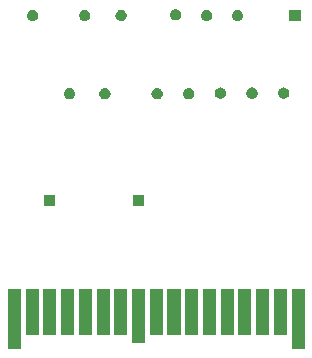
<source format=gts>
G04 #@! TF.GenerationSoftware,KiCad,Pcbnew,(5.1.5)-3*
G04 #@! TF.CreationDate,2021-01-12T18:04:03+01:00*
G04 #@! TF.ProjectId,ndsbreakoutboard,6e647362-7265-4616-9b6f-7574626f6172,1.0*
G04 #@! TF.SameCoordinates,Original*
G04 #@! TF.FileFunction,Soldermask,Top*
G04 #@! TF.FilePolarity,Negative*
%FSLAX46Y46*%
G04 Gerber Fmt 4.6, Leading zero omitted, Abs format (unit mm)*
G04 Created by KiCad (PCBNEW (5.1.5)-3) date 2021-01-12 18:04:03*
%MOMM*%
%LPD*%
G04 APERTURE LIST*
%ADD10C,0.100000*%
G04 APERTURE END LIST*
D10*
G36*
X110221001Y-91206000D02*
G01*
X109119001Y-91206000D01*
X109119001Y-86104000D01*
X110221001Y-86104000D01*
X110221001Y-91206000D01*
G37*
G36*
X86221001Y-91206000D02*
G01*
X85119001Y-91206000D01*
X85119001Y-86104000D01*
X86221001Y-86104000D01*
X86221001Y-91206000D01*
G37*
G36*
X96721001Y-90706000D02*
G01*
X95619001Y-90706000D01*
X95619001Y-86104000D01*
X96721001Y-86104000D01*
X96721001Y-90706000D01*
G37*
G36*
X87721001Y-90006000D02*
G01*
X86619001Y-90006000D01*
X86619001Y-86104000D01*
X87721001Y-86104000D01*
X87721001Y-90006000D01*
G37*
G36*
X90721001Y-90006000D02*
G01*
X89619001Y-90006000D01*
X89619001Y-86104000D01*
X90721001Y-86104000D01*
X90721001Y-90006000D01*
G37*
G36*
X89221001Y-90006000D02*
G01*
X88119001Y-90006000D01*
X88119001Y-86104000D01*
X89221001Y-86104000D01*
X89221001Y-90006000D01*
G37*
G36*
X95221001Y-90006000D02*
G01*
X94119001Y-90006000D01*
X94119001Y-86104000D01*
X95221001Y-86104000D01*
X95221001Y-90006000D01*
G37*
G36*
X93721001Y-90006000D02*
G01*
X92619001Y-90006000D01*
X92619001Y-86104000D01*
X93721001Y-86104000D01*
X93721001Y-90006000D01*
G37*
G36*
X92221001Y-90006000D02*
G01*
X91119001Y-90006000D01*
X91119001Y-86104000D01*
X92221001Y-86104000D01*
X92221001Y-90006000D01*
G37*
G36*
X107221001Y-90006000D02*
G01*
X106119001Y-90006000D01*
X106119001Y-86104000D01*
X107221001Y-86104000D01*
X107221001Y-90006000D01*
G37*
G36*
X99721001Y-90006000D02*
G01*
X98619001Y-90006000D01*
X98619001Y-86104000D01*
X99721001Y-86104000D01*
X99721001Y-90006000D01*
G37*
G36*
X102721001Y-90006000D02*
G01*
X101619001Y-90006000D01*
X101619001Y-86104000D01*
X102721001Y-86104000D01*
X102721001Y-90006000D01*
G37*
G36*
X104221001Y-90006000D02*
G01*
X103119001Y-90006000D01*
X103119001Y-86104000D01*
X104221001Y-86104000D01*
X104221001Y-90006000D01*
G37*
G36*
X105721001Y-90006000D02*
G01*
X104619001Y-90006000D01*
X104619001Y-86104000D01*
X105721001Y-86104000D01*
X105721001Y-90006000D01*
G37*
G36*
X98221001Y-90006000D02*
G01*
X97119001Y-90006000D01*
X97119001Y-86104000D01*
X98221001Y-86104000D01*
X98221001Y-90006000D01*
G37*
G36*
X108721001Y-90006000D02*
G01*
X107619001Y-90006000D01*
X107619001Y-86104000D01*
X108721001Y-86104000D01*
X108721001Y-90006000D01*
G37*
G36*
X101221001Y-90006000D02*
G01*
X100119001Y-90006000D01*
X100119001Y-86104000D01*
X101221001Y-86104000D01*
X101221001Y-90006000D01*
G37*
G36*
X96640400Y-79114400D02*
G01*
X95688400Y-79114400D01*
X95688400Y-78162400D01*
X96640400Y-78162400D01*
X96640400Y-79114400D01*
G37*
G36*
X89122000Y-79114400D02*
G01*
X88170000Y-79114400D01*
X88170000Y-78162400D01*
X89122000Y-78162400D01*
X89122000Y-79114400D01*
G37*
G36*
X100557743Y-69138292D02*
G01*
X100608488Y-69159311D01*
X100644370Y-69174174D01*
X100722332Y-69226267D01*
X100788633Y-69292568D01*
X100840726Y-69370530D01*
X100840726Y-69370531D01*
X100876608Y-69457157D01*
X100894900Y-69549117D01*
X100894900Y-69642883D01*
X100876608Y-69734843D01*
X100861768Y-69770669D01*
X100840726Y-69821470D01*
X100788633Y-69899432D01*
X100722332Y-69965733D01*
X100644370Y-70017826D01*
X100636224Y-70021200D01*
X100557743Y-70053708D01*
X100465783Y-70072000D01*
X100372017Y-70072000D01*
X100280057Y-70053708D01*
X100201576Y-70021200D01*
X100193430Y-70017826D01*
X100115468Y-69965733D01*
X100049167Y-69899432D01*
X99997074Y-69821470D01*
X99976032Y-69770669D01*
X99961192Y-69734843D01*
X99942900Y-69642883D01*
X99942900Y-69549117D01*
X99961192Y-69457157D01*
X99997074Y-69370531D01*
X99997074Y-69370530D01*
X100049167Y-69292568D01*
X100115468Y-69226267D01*
X100193430Y-69174174D01*
X100229312Y-69159311D01*
X100280057Y-69138292D01*
X100372017Y-69120000D01*
X100465783Y-69120000D01*
X100557743Y-69138292D01*
G37*
G36*
X97878043Y-69138292D02*
G01*
X97928788Y-69159311D01*
X97964670Y-69174174D01*
X98042632Y-69226267D01*
X98108933Y-69292568D01*
X98161026Y-69370530D01*
X98161026Y-69370531D01*
X98196908Y-69457157D01*
X98215200Y-69549117D01*
X98215200Y-69642883D01*
X98196908Y-69734843D01*
X98182068Y-69770669D01*
X98161026Y-69821470D01*
X98108933Y-69899432D01*
X98042632Y-69965733D01*
X97964670Y-70017826D01*
X97956524Y-70021200D01*
X97878043Y-70053708D01*
X97786083Y-70072000D01*
X97692317Y-70072000D01*
X97600357Y-70053708D01*
X97521876Y-70021200D01*
X97513730Y-70017826D01*
X97435768Y-69965733D01*
X97369467Y-69899432D01*
X97317374Y-69821470D01*
X97296332Y-69770669D01*
X97281492Y-69734843D01*
X97263200Y-69642883D01*
X97263200Y-69549117D01*
X97281492Y-69457157D01*
X97317374Y-69370531D01*
X97317374Y-69370530D01*
X97369467Y-69292568D01*
X97435768Y-69226267D01*
X97513730Y-69174174D01*
X97549612Y-69159311D01*
X97600357Y-69138292D01*
X97692317Y-69120000D01*
X97786083Y-69120000D01*
X97878043Y-69138292D01*
G37*
G36*
X90461243Y-69138292D02*
G01*
X90511988Y-69159311D01*
X90547870Y-69174174D01*
X90625832Y-69226267D01*
X90692133Y-69292568D01*
X90744226Y-69370530D01*
X90744226Y-69370531D01*
X90780108Y-69457157D01*
X90798400Y-69549117D01*
X90798400Y-69642883D01*
X90780108Y-69734843D01*
X90765268Y-69770669D01*
X90744226Y-69821470D01*
X90692133Y-69899432D01*
X90625832Y-69965733D01*
X90547870Y-70017826D01*
X90539724Y-70021200D01*
X90461243Y-70053708D01*
X90369283Y-70072000D01*
X90275517Y-70072000D01*
X90183557Y-70053708D01*
X90105076Y-70021200D01*
X90096930Y-70017826D01*
X90018968Y-69965733D01*
X89952667Y-69899432D01*
X89900574Y-69821470D01*
X89879532Y-69770669D01*
X89864692Y-69734843D01*
X89846400Y-69642883D01*
X89846400Y-69549117D01*
X89864692Y-69457157D01*
X89900574Y-69370531D01*
X89900574Y-69370530D01*
X89952667Y-69292568D01*
X90018968Y-69226267D01*
X90096930Y-69174174D01*
X90132812Y-69159311D01*
X90183557Y-69138292D01*
X90275517Y-69120000D01*
X90369283Y-69120000D01*
X90461243Y-69138292D01*
G37*
G36*
X93458443Y-69138292D02*
G01*
X93509188Y-69159311D01*
X93545070Y-69174174D01*
X93623032Y-69226267D01*
X93689333Y-69292568D01*
X93741426Y-69370530D01*
X93741426Y-69370531D01*
X93777308Y-69457157D01*
X93795600Y-69549117D01*
X93795600Y-69642883D01*
X93777308Y-69734843D01*
X93762468Y-69770669D01*
X93741426Y-69821470D01*
X93689333Y-69899432D01*
X93623032Y-69965733D01*
X93545070Y-70017826D01*
X93536924Y-70021200D01*
X93458443Y-70053708D01*
X93366483Y-70072000D01*
X93272717Y-70072000D01*
X93180757Y-70053708D01*
X93102276Y-70021200D01*
X93094130Y-70017826D01*
X93016168Y-69965733D01*
X92949867Y-69899432D01*
X92897774Y-69821470D01*
X92876732Y-69770669D01*
X92861892Y-69734843D01*
X92843600Y-69642883D01*
X92843600Y-69549117D01*
X92861892Y-69457157D01*
X92897774Y-69370531D01*
X92897774Y-69370530D01*
X92949867Y-69292568D01*
X93016168Y-69226267D01*
X93094130Y-69174174D01*
X93130012Y-69159311D01*
X93180757Y-69138292D01*
X93272717Y-69120000D01*
X93366483Y-69120000D01*
X93458443Y-69138292D01*
G37*
G36*
X103237443Y-69087492D02*
G01*
X103288188Y-69108511D01*
X103324070Y-69123374D01*
X103402032Y-69175467D01*
X103468333Y-69241768D01*
X103520426Y-69319730D01*
X103520426Y-69319731D01*
X103556308Y-69406357D01*
X103574600Y-69498317D01*
X103574600Y-69592083D01*
X103556308Y-69684043D01*
X103535289Y-69734788D01*
X103520426Y-69770670D01*
X103468333Y-69848632D01*
X103402032Y-69914933D01*
X103324070Y-69967026D01*
X103288188Y-69981889D01*
X103237443Y-70002908D01*
X103145483Y-70021200D01*
X103051717Y-70021200D01*
X102959757Y-70002908D01*
X102909012Y-69981889D01*
X102873130Y-69967026D01*
X102795168Y-69914933D01*
X102728867Y-69848632D01*
X102676774Y-69770670D01*
X102661911Y-69734788D01*
X102640892Y-69684043D01*
X102622600Y-69592083D01*
X102622600Y-69498317D01*
X102640892Y-69406357D01*
X102676774Y-69319731D01*
X102676774Y-69319730D01*
X102728867Y-69241768D01*
X102795168Y-69175467D01*
X102873130Y-69123374D01*
X102909012Y-69108511D01*
X102959757Y-69087492D01*
X103051717Y-69069200D01*
X103145483Y-69069200D01*
X103237443Y-69087492D01*
G37*
G36*
X105917143Y-69087492D02*
G01*
X105967888Y-69108511D01*
X106003770Y-69123374D01*
X106081732Y-69175467D01*
X106148033Y-69241768D01*
X106200126Y-69319730D01*
X106200126Y-69319731D01*
X106236008Y-69406357D01*
X106254300Y-69498317D01*
X106254300Y-69592083D01*
X106236008Y-69684043D01*
X106214989Y-69734788D01*
X106200126Y-69770670D01*
X106148033Y-69848632D01*
X106081732Y-69914933D01*
X106003770Y-69967026D01*
X105967888Y-69981889D01*
X105917143Y-70002908D01*
X105825183Y-70021200D01*
X105731417Y-70021200D01*
X105639457Y-70002908D01*
X105588712Y-69981889D01*
X105552830Y-69967026D01*
X105474868Y-69914933D01*
X105408567Y-69848632D01*
X105356474Y-69770670D01*
X105341611Y-69734788D01*
X105320592Y-69684043D01*
X105302300Y-69592083D01*
X105302300Y-69498317D01*
X105320592Y-69406357D01*
X105356474Y-69319731D01*
X105356474Y-69319730D01*
X105408567Y-69241768D01*
X105474868Y-69175467D01*
X105552830Y-69123374D01*
X105588712Y-69108511D01*
X105639457Y-69087492D01*
X105731417Y-69069200D01*
X105825183Y-69069200D01*
X105917143Y-69087492D01*
G37*
G36*
X108596843Y-69087492D02*
G01*
X108647588Y-69108511D01*
X108683470Y-69123374D01*
X108761432Y-69175467D01*
X108827733Y-69241768D01*
X108879826Y-69319730D01*
X108879826Y-69319731D01*
X108915708Y-69406357D01*
X108934000Y-69498317D01*
X108934000Y-69592083D01*
X108915708Y-69684043D01*
X108894689Y-69734788D01*
X108879826Y-69770670D01*
X108827733Y-69848632D01*
X108761432Y-69914933D01*
X108683470Y-69967026D01*
X108647588Y-69981889D01*
X108596843Y-70002908D01*
X108504883Y-70021200D01*
X108411117Y-70021200D01*
X108319157Y-70002908D01*
X108268412Y-69981889D01*
X108232530Y-69967026D01*
X108154568Y-69914933D01*
X108088267Y-69848632D01*
X108036174Y-69770670D01*
X108021311Y-69734788D01*
X108000292Y-69684043D01*
X107982000Y-69592083D01*
X107982000Y-69498317D01*
X108000292Y-69406357D01*
X108036174Y-69319731D01*
X108036174Y-69319730D01*
X108088267Y-69241768D01*
X108154568Y-69175467D01*
X108232530Y-69123374D01*
X108268412Y-69108511D01*
X108319157Y-69087492D01*
X108411117Y-69069200D01*
X108504883Y-69069200D01*
X108596843Y-69087492D01*
G37*
G36*
X94830043Y-62508892D02*
G01*
X94880788Y-62529911D01*
X94916670Y-62544774D01*
X94994632Y-62596867D01*
X95060933Y-62663168D01*
X95113026Y-62741130D01*
X95113026Y-62741131D01*
X95148908Y-62827757D01*
X95167200Y-62919717D01*
X95167200Y-63013483D01*
X95148908Y-63105443D01*
X95134068Y-63141269D01*
X95113026Y-63192070D01*
X95060933Y-63270032D01*
X94994632Y-63336333D01*
X94916670Y-63388426D01*
X94908524Y-63391800D01*
X94830043Y-63424308D01*
X94738083Y-63442600D01*
X94644317Y-63442600D01*
X94552357Y-63424308D01*
X94473876Y-63391800D01*
X94465730Y-63388426D01*
X94387768Y-63336333D01*
X94321467Y-63270032D01*
X94269374Y-63192070D01*
X94248332Y-63141269D01*
X94233492Y-63105443D01*
X94215200Y-63013483D01*
X94215200Y-62919717D01*
X94233492Y-62827757D01*
X94269374Y-62741131D01*
X94269374Y-62741130D01*
X94321467Y-62663168D01*
X94387768Y-62596867D01*
X94465730Y-62544774D01*
X94501612Y-62529911D01*
X94552357Y-62508892D01*
X94644317Y-62490600D01*
X94738083Y-62490600D01*
X94830043Y-62508892D01*
G37*
G36*
X104685243Y-62508892D02*
G01*
X104735988Y-62529911D01*
X104771870Y-62544774D01*
X104849832Y-62596867D01*
X104916133Y-62663168D01*
X104968226Y-62741130D01*
X104968226Y-62741131D01*
X105004108Y-62827757D01*
X105022400Y-62919717D01*
X105022400Y-63013483D01*
X105004108Y-63105443D01*
X104989268Y-63141269D01*
X104968226Y-63192070D01*
X104916133Y-63270032D01*
X104849832Y-63336333D01*
X104771870Y-63388426D01*
X104763724Y-63391800D01*
X104685243Y-63424308D01*
X104593283Y-63442600D01*
X104499517Y-63442600D01*
X104407557Y-63424308D01*
X104329076Y-63391800D01*
X104320930Y-63388426D01*
X104242968Y-63336333D01*
X104176667Y-63270032D01*
X104124574Y-63192070D01*
X104103532Y-63141269D01*
X104088692Y-63105443D01*
X104070400Y-63013483D01*
X104070400Y-62919717D01*
X104088692Y-62827757D01*
X104124574Y-62741131D01*
X104124574Y-62741130D01*
X104176667Y-62663168D01*
X104242968Y-62596867D01*
X104320930Y-62544774D01*
X104356812Y-62529911D01*
X104407557Y-62508892D01*
X104499517Y-62490600D01*
X104593283Y-62490600D01*
X104685243Y-62508892D01*
G37*
G36*
X102069043Y-62508892D02*
G01*
X102119788Y-62529911D01*
X102155670Y-62544774D01*
X102233632Y-62596867D01*
X102299933Y-62663168D01*
X102352026Y-62741130D01*
X102352026Y-62741131D01*
X102387908Y-62827757D01*
X102406200Y-62919717D01*
X102406200Y-63013483D01*
X102387908Y-63105443D01*
X102373068Y-63141269D01*
X102352026Y-63192070D01*
X102299933Y-63270032D01*
X102233632Y-63336333D01*
X102155670Y-63388426D01*
X102147524Y-63391800D01*
X102069043Y-63424308D01*
X101977083Y-63442600D01*
X101883317Y-63442600D01*
X101791357Y-63424308D01*
X101712876Y-63391800D01*
X101704730Y-63388426D01*
X101626768Y-63336333D01*
X101560467Y-63270032D01*
X101508374Y-63192070D01*
X101487332Y-63141269D01*
X101472492Y-63105443D01*
X101454200Y-63013483D01*
X101454200Y-62919717D01*
X101472492Y-62827757D01*
X101508374Y-62741131D01*
X101508374Y-62741130D01*
X101560467Y-62663168D01*
X101626768Y-62596867D01*
X101704730Y-62544774D01*
X101740612Y-62529911D01*
X101791357Y-62508892D01*
X101883317Y-62490600D01*
X101977083Y-62490600D01*
X102069043Y-62508892D01*
G37*
G36*
X87337043Y-62508892D02*
G01*
X87387788Y-62529911D01*
X87423670Y-62544774D01*
X87501632Y-62596867D01*
X87567933Y-62663168D01*
X87620026Y-62741130D01*
X87620026Y-62741131D01*
X87655908Y-62827757D01*
X87674200Y-62919717D01*
X87674200Y-63013483D01*
X87655908Y-63105443D01*
X87641068Y-63141269D01*
X87620026Y-63192070D01*
X87567933Y-63270032D01*
X87501632Y-63336333D01*
X87423670Y-63388426D01*
X87415524Y-63391800D01*
X87337043Y-63424308D01*
X87245083Y-63442600D01*
X87151317Y-63442600D01*
X87059357Y-63424308D01*
X86980876Y-63391800D01*
X86972730Y-63388426D01*
X86894768Y-63336333D01*
X86828467Y-63270032D01*
X86776374Y-63192070D01*
X86755332Y-63141269D01*
X86740492Y-63105443D01*
X86722200Y-63013483D01*
X86722200Y-62919717D01*
X86740492Y-62827757D01*
X86776374Y-62741131D01*
X86776374Y-62741130D01*
X86828467Y-62663168D01*
X86894768Y-62596867D01*
X86972730Y-62544774D01*
X87008612Y-62529911D01*
X87059357Y-62508892D01*
X87151317Y-62490600D01*
X87245083Y-62490600D01*
X87337043Y-62508892D01*
G37*
G36*
X91756643Y-62508892D02*
G01*
X91807388Y-62529911D01*
X91843270Y-62544774D01*
X91921232Y-62596867D01*
X91987533Y-62663168D01*
X92039626Y-62741130D01*
X92039626Y-62741131D01*
X92075508Y-62827757D01*
X92093800Y-62919717D01*
X92093800Y-63013483D01*
X92075508Y-63105443D01*
X92060668Y-63141269D01*
X92039626Y-63192070D01*
X91987533Y-63270032D01*
X91921232Y-63336333D01*
X91843270Y-63388426D01*
X91835124Y-63391800D01*
X91756643Y-63424308D01*
X91664683Y-63442600D01*
X91570917Y-63442600D01*
X91478957Y-63424308D01*
X91400476Y-63391800D01*
X91392330Y-63388426D01*
X91314368Y-63336333D01*
X91248067Y-63270032D01*
X91195974Y-63192070D01*
X91174932Y-63141269D01*
X91160092Y-63105443D01*
X91141800Y-63013483D01*
X91141800Y-62919717D01*
X91160092Y-62827757D01*
X91195974Y-62741131D01*
X91195974Y-62741130D01*
X91248067Y-62663168D01*
X91314368Y-62596867D01*
X91392330Y-62544774D01*
X91428212Y-62529911D01*
X91478957Y-62508892D01*
X91570917Y-62490600D01*
X91664683Y-62490600D01*
X91756643Y-62508892D01*
G37*
G36*
X109899200Y-63442600D02*
G01*
X108947200Y-63442600D01*
X108947200Y-62490600D01*
X109899200Y-62490600D01*
X109899200Y-63442600D01*
G37*
G36*
X99452843Y-62458092D02*
G01*
X99503588Y-62479111D01*
X99539470Y-62493974D01*
X99617432Y-62546067D01*
X99683733Y-62612368D01*
X99735826Y-62690330D01*
X99735826Y-62690331D01*
X99771708Y-62776957D01*
X99790000Y-62868917D01*
X99790000Y-62962683D01*
X99771708Y-63054643D01*
X99750689Y-63105388D01*
X99735826Y-63141270D01*
X99683733Y-63219232D01*
X99617432Y-63285533D01*
X99539470Y-63337626D01*
X99503588Y-63352489D01*
X99452843Y-63373508D01*
X99360883Y-63391800D01*
X99267117Y-63391800D01*
X99175157Y-63373508D01*
X99124412Y-63352489D01*
X99088530Y-63337626D01*
X99010568Y-63285533D01*
X98944267Y-63219232D01*
X98892174Y-63141270D01*
X98877311Y-63105388D01*
X98856292Y-63054643D01*
X98838000Y-62962683D01*
X98838000Y-62868917D01*
X98856292Y-62776957D01*
X98892174Y-62690331D01*
X98892174Y-62690330D01*
X98944267Y-62612368D01*
X99010568Y-62546067D01*
X99088530Y-62493974D01*
X99124412Y-62479111D01*
X99175157Y-62458092D01*
X99267117Y-62439800D01*
X99360883Y-62439800D01*
X99452843Y-62458092D01*
G37*
M02*

</source>
